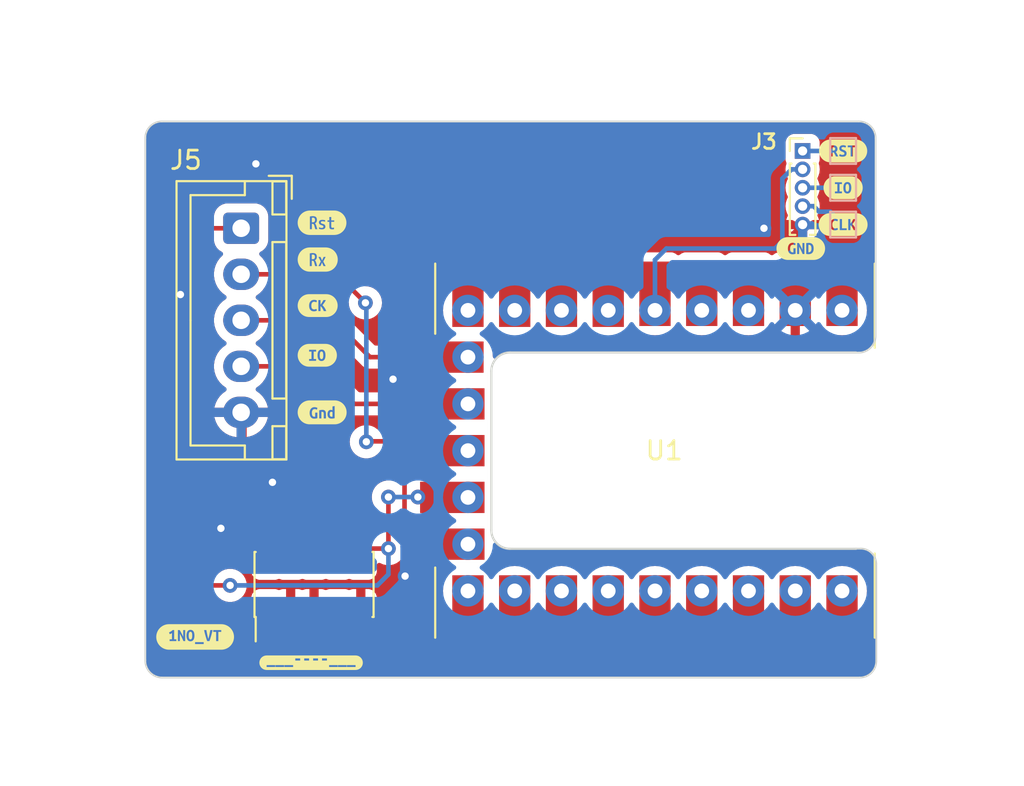
<source format=kicad_pcb>
(kicad_pcb (version 20240108) (generator "pcbnew") (generator_version "8.0")
  (layers (0 "F.Cu" signal) (31 "B.Cu" signal) (34 "B.Paste" user) (35 "F.Paste" user) (36 "B.SilkS" user "B.Silkscreen") (37 "F.SilkS" user "F.Silkscreen") (38 "B.Mask" user) (39 "F.Mask" user) (44 "Edge.Cuts" user))
  (net 0 "")
  (net 1 "+3.3V")
  (net 6 "GND")
  (net 16 "INOUT_NRESET")
  (net 17 "OUT_SWDIO")
  (net 18 "OUT_SWDCLK")
  (net 22 "INOUT_SWO")
  (net 23 "OUT_UART_RX_3V")
  (net 24 "OUT_SWDIO_3V")
  (net 25 "OUT_SWDCLK_3V")
  (net 26 "SWIO_DIR_3V")
  (net 28 "SWDCLK")
  (net 29 "UART_TX")
  (net 30 "NRST")
  (net 31 "SWDIO")
  (footprint "kibuzzard-6719D703" (layer "F.Cu") (at 119.405025 95.694975)
    (property "Reference" "kibuzzard-6719D703" (hide yes))
    (property "Value" "G***" (hide yes))
  )
  (footprint "kibuzzard-67D71DD3" (layer "F.Cu") (at 119.740889 78.994975)
    (property "Reference" "kibuzzard-67D71DD3" (hide yes))
    (property "Value" "G***" (hide yes))
  )
  (footprint "kibuzzard-67310DA4" (layer "F.Cu") (at 119.764455 73.794975)
    (property "Reference" "kibuzzard-67310DA4" (hide yes))
    (property "Value" "G***" (hide yes))
  )
  (footprint "kibuzzard-67D71CE3" (layer "F.Cu") (at 148.305025 69.894975)
    (property "Reference" "kibuzzard-67D71CE3" (hide yes))
    (property "Value" "G***" (hide yes))
  )
  (footprint "kibuzzard-67D71D3A" (layer "F.Cu") (at 148.305025 71.894975)
    (property "Reference" "kibuzzard-67D71D3A" (hide yes))
    (property "Value" "G***" (hide yes))
  )
  (footprint "kibuzzard-67D71D2A" (layer "F.Cu") (at 148.305025 67.894975)
    (property "Reference" "kibuzzard-67D71D2A" (hide yes))
    (property "Value" "G***" (hide yes))
  )
  (footprint "kibuzzard-67310D89" (layer "F.Cu") (at 119.999387 71.794975)
    (property "Reference" "kibuzzard-67310D89" (hide yes))
    (property "Value" "G***" (hide yes))
  )
  (footprint "kibuzzard-67D71D53" (layer "F.Cu") (at 146.005025 73.194975)
    (property "Reference" "kibuzzard-67D71D53" (hide yes))
    (property "Value" "G***" (hide yes))
  )
  (footprint "kibuzzard-67D71DDE" (layer "F.Cu") (at 119.761729 76.294975)
    (property "Reference" "kibuzzard-67D71DDE" (hide yes))
    (property "Value" "G***" (hide yes))
  )
  (footprint "Connector_PinHeader_1.00mm:PinHeader_1x05_P1.00mm_Vertical" (layer "F.Cu") (at 146.105025 67.894975)
    (property "Reference" "J3" (at -2.1 -0.5 0) (layer "F.SilkS") (effects (font (size 0.8 0.8))))
    (property "Value" "Debug port")
    (pad "1" thru_hole rect (at 0 0) (size 0.85 0.85) (drill 0.5) (layers "*.Cu" "*.Mask") (net 30 "NRST"))
    (pad "2" thru_hole oval (at 0 1) (size 0.85 0.85) (drill 0.5) (layers "*.Cu" "*.Mask") (net 29 "UART_TX"))
    (pad "3" thru_hole oval (at 0 2) (size 0.85 0.85) (drill 0.5) (layers "*.Cu" "*.Mask") (net 31 "SWDIO"))
    (pad "4" thru_hole oval (at 0 3) (size 0.85 0.85) (drill 0.5) (layers "*.Cu" "*.Mask") (net 28 "SWDCLK"))
    (pad "5" thru_hole oval (at 0 4) (size 0.85 0.85) (drill 0.5) (layers "*.Cu" "*.Mask") (net 6 "GND"))
  )
  (footprint "kibuzzard-67A3B7A3" (layer "F.Cu") (at 120.005025 82.094975)
    (property "Reference" "kibuzzard-67A3B7A3" (hide yes))
    (property "Value" "G***" (hide yes))
  )
  (footprint "Connector_JST:JST_XH_B5B-XH-A_1x05_P2.50mm_Vertical" (layer "F.Cu") (at 115.605025 72.094975 -90)
    (property "Reference" "J5" (at -3.7 3 180) (layer "F.SilkS"))
    (property "Value" "Debug port")
    (pad "1" thru_hole roundrect (at 0 0 270) (size 1.7 1.95) (drill 0.95) (layers "*.Cu" "*.Mask") (roundrect_rratio 0.147059) (net 16 "INOUT_NRESET"))
    (pad "2" thru_hole oval (at 2.5 0 270) (size 1.7 1.95) (drill 0.95) (layers "*.Cu" "*.Mask") (net 23 "OUT_UART_RX_3V"))
    (pad "3" thru_hole oval (at 5 0 270) (size 1.7 1.95) (drill 0.95) (layers "*.Cu" "*.Mask") (net 24 "OUT_SWDIO_3V"))
    (pad "4" thru_hole oval (at 7.5 0 270) (size 1.7 1.95) (drill 0.95) (layers "*.Cu" "*.Mask") (net 25 "OUT_SWDCLK_3V"))
    (pad "5" thru_hole oval (at 10 0 270) (size 1.7 1.95) (drill 0.95) (layers "*.Cu" "*.Mask") (net 6 "GND"))
  )
  (footprint "kibuzzard-67E96C07" (layer "F.Cu") (at 113.105025 94.294975)
    (property "Reference" "kibuzzard-67E96C07" (hide yes))
    (property "Value" "G***" (hide yes))
  )
  (footprint "Connector_PinHeader_1.27mm:PinHeader_2x05_P1.27mm_Vertical_SMD" (layer "F.Cu") (at 119.565025 91.444975 90)
    (property "Reference" "J1" (hide yes))
    (property "Value" "jtag")
    (pad "1" smd rect (at -1.95 -2.54 90) (size 2.4 0.74) (layers "F.Cu" "F.Paste" "F.Mask"))
    (pad "2" smd rect (at 1.95 -2.54 90) (size 2.4 0.74) (layers "F.Cu" "F.Paste" "F.Mask") (net 17 "OUT_SWDIO"))
    (pad "3" smd rect (at -1.95 -1.27 90) (size 2.4 0.74) (layers "F.Cu" "F.Paste" "F.Mask") (net 6 "GND"))
    (pad "4" smd rect (at 1.95 -1.27 90) (size 2.4 0.74) (layers "F.Cu" "F.Paste" "F.Mask") (net 18 "OUT_SWDCLK"))
    (pad "5" smd rect (at -1.95 0 90) (size 2.4 0.74) (layers "F.Cu" "F.Paste" "F.Mask") (net 6 "GND"))
    (pad "6" smd rect (at 1.95 0 90) (size 2.4 0.74) (layers "F.Cu" "F.Paste" "F.Mask") (net 22 "INOUT_SWO"))
    (pad "7" smd rect (at -1.95 1.27 90) (size 2.4 0.74) (layers "F.Cu" "F.Paste" "F.Mask"))
    (pad "8" smd rect (at 1.95 1.27 90) (size 2.4 0.74) (layers "F.Cu" "F.Paste" "F.Mask"))
    (pad "9" smd rect (at -1.95 2.54 90) (size 2.4 0.74) (layers "F.Cu" "F.Paste" "F.Mask") (net 6 "GND"))
    (pad "10" smd rect (at 1.95 2.54 90) (size 2.4 0.74) (layers "F.Cu" "F.Paste" "F.Mask") (net 16 "INOUT_NRESET"))
  )
  (footprint "RP2040 Carrier:RP2040 Zero" (layer "F.Cu") (at 125.258025 74.014975 -90)
    (property "Reference" "U1" (at 10.16 -13.327 0) (layer "F.SilkS"))
    (property "Value" "RP2040-Zero")
    (fp_line (start 5.842 -3.937) (end 14.478 -3.937) (stroke (width 0.12)) (layer "Edge.Cuts"))
    (fp_line (start 15.494 -4.953) (end 15.494 -23.749) (stroke (width 0.12)) (layer "Edge.Cuts"))
    (fp_line (start 4.826 -23.749) (end 4.826 -4.953) (stroke (width 0.12)) (layer "Edge.Cuts"))
    (fp_arc (start 5.842 -3.937) (mid 5.12358 -4.23458) (end 4.826 -4.953) (stroke (width 0.12)) (layer "Edge.Cuts"))
    (fp_arc (start 15.494 -4.953) (mid 15.19642 -4.23458) (end 14.478 -3.937) (stroke (width 0.12)) (layer "Edge.Cuts"))
    (pad "1" smd rect (at 1.64 -22.987 270) (size 3.5 1.7) (layers "F.Cu" "F.Mask"))
    (pad "1" thru_hole circle (at 2.54 -22.987 270) (size 1.7 1.7) (drill 0.8) (layers "*.Cu" "*.Mask"))
    (pad "2" smd rect (at 1.64 -20.447 270) (size 3.5 1.7) (layers "F.Cu" "F.Mask") (net 6 "GND"))
    (pad "2" thru_hole circle (at 2.54 -20.447 270) (size 1.7 1.7) (drill 0.8) (layers "*.Cu" "*.Mask") (net 6 "GND"))
    (pad "3" smd rect (at 1.64 -17.907 270) (size 3.5 1.7) (layers "F.Cu" "F.Mask") (net 1 "+3.3V"))
    (pad "3" thru_hole circle (at 2.54 -17.907 270) (size 1.7 1.7) (drill 0.8) (layers "*.Cu" "*.Mask") (net 1 "+3.3V"))
    (pad "4" smd rect (at 1.64 -15.367 270) (size 3.5 1.7) (layers "F.Cu" "F.Mask"))
    (pad "4" thru_hole circle (at 2.54 -15.367 270) (size 1.7 1.7) (drill 0.8) (layers "*.Cu" "*.Mask"))
    (pad "5" smd rect (at 1.64 -12.827 270) (size 3.5 1.7) (layers "F.Cu" "F.Mask") (net 29 "UART_TX"))
    (pad "5" thru_hole circle (at 2.54 -12.827 270) (size 1.7 1.7) (drill 0.8) (layers "*.Cu" "*.Mask") (net 29 "UART_TX"))
    (pad "6" smd rect (at 1.69 -10.287 270) (size 3.5 1.7) (layers "F.Cu" "F.Mask"))
    (pad "6" thru_hole circle (at 2.54 -10.287 270) (size 1.7 1.7) (drill 0.8) (layers "*.Cu" "*.Mask"))
    (pad "7" smd rect (at 1.69 -7.747 270) (size 3.5 1.7) (layers "F.Cu" "F.Mask"))
    (pad "7" thru_hole circle (at 2.54 -7.747 270) (size 1.7 1.7) (drill 0.8) (layers "*.Cu" "*.Mask") (net 16 "INOUT_NRESET"))
    (pad "8" smd rect (at 1.69 -5.207 270) (size 3.5 1.7) (layers "F.Cu" "F.Mask"))
    (pad "8" thru_hole circle (at 2.54 -5.207 270) (size 1.7 1.7) (drill 0.8) (layers "*.Cu" "*.Mask"))
    (pad "9" smd rect (at 1.69 -2.667 270) (size 3.5 1.7) (layers "F.Cu" "F.Mask"))
    (pad "9" thru_hole circle (at 2.54 -2.667 270) (size 1.7 1.7) (drill 0.8) (layers "*.Cu" "*.Mask"))
    (pad "10" thru_hole circle (at 17.78 -22.987 270) (size 1.7 1.7) (drill 0.8) (layers "*.Cu" "*.Mask"))
    (pad "10" smd rect (at 18.68 -22.987 270) (size 3.5 1.7) (layers "F.Cu" "F.Mask"))
    (pad "11" thru_hole circle (at 17.78 -20.447 270) (size 1.7 1.7) (drill 0.8) (layers "*.Cu" "*.Mask"))
    (pad "11" smd rect (at 18.68 -20.447 270) (size 3.5 1.7) (layers "F.Cu" "F.Mask"))
    (pad "12" thru_hole circle (at 17.78 -17.907 270) (size 1.7 1.7) (drill 0.8) (layers "*.Cu" "*.Mask"))
    (pad "12" smd rect (at 18.68 -17.907 270) (size 3.5 1.7) (layers "F.Cu" "F.Mask"))
    (pad "13" thru_hole circle (at 17.78 -15.367 270) (size 1.7 1.7) (drill 0.8) (layers "*.Cu" "*.Mask"))
    (pad "13" smd rect (at 18.68 -15.367 270) (size 3.5 1.7) (layers "F.Cu" "F.Mask"))
    (pad "14" thru_hole circle (at 17.78 -12.827 270) (size 1.7 1.7) (drill 0.8) (layers "*.Cu" "*.Mask"))
    (pad "14" smd rect (at 18.68 -12.827 270) (size 3.5 1.7) (layers "F.Cu" "F.Mask"))
    (pad "15" thru_hole circle (at 17.78 -10.287 270) (size 1.7 1.7) (drill 0.8) (layers "*.Cu" "*.Mask"))
    (pad "15" smd rect (at 18.68 -10.287 270) (size 3.5 1.7) (layers "F.Cu" "F.Mask"))
    (pad "16" thru_hole circle (at 17.78 -7.747 270) (size 1.7 1.7) (drill 0.8) (layers "*.Cu" "*.Mask"))
    (pad "16" smd rect (at 18.68 -7.747 270) (size 3.5 1.7) (layers "F.Cu" "F.Mask"))
    (pad "17" thru_hole circle (at 17.78 -5.207 270) (size 1.7 1.7) (drill 0.8) (layers "*.Cu" "*.Mask"))
    (pad "17" smd rect (at 18.68 -5.207 270) (size 3.5 1.7) (layers "F.Cu" "F.Mask"))
    (pad "18" thru_hole circle (at 17.78 -2.667 270) (size 1.7 1.7) (drill 0.8) (layers "*.Cu" "*.Mask"))
    (pad "18" smd rect (at 18.68 -2.667 270) (size 3.5 1.7) (layers "F.Cu" "F.Mask"))
    (pad "19" thru_hole circle (at 5.08 -2.667 270) (size 1.7 1.7) (drill 0.8) (layers "*.Cu" "*.Mask") (net 24 "OUT_SWDIO_3V"))
    (pad "19" smd rect (at 5.08 -1.767) (size 3.5 1.7) (layers "F.Cu" "F.Mask") (net 24 "OUT_SWDIO_3V"))
    (pad "20" thru_hole circle (at 7.62 -2.667 270) (size 1.7 1.7) (drill 0.8) (layers "*.Cu" "*.Mask") (net 25 "OUT_SWDCLK_3V"))
    (pad "20" smd rect (at 7.62 -1.817) (size 3.5 1.7) (layers "F.Cu" "F.Mask") (net 25 "OUT_SWDCLK_3V"))
    (pad "21" thru_hole circle (at 10.16 -2.667 270) (size 1.7 1.7) (drill 0.8) (layers "*.Cu" "*.Mask") (net 26 "SWIO_DIR_3V"))
    (pad "21" smd rect (at 10.16 -1.817) (size 3.5 1.7) (layers "F.Cu" "F.Mask") (net 26 "SWIO_DIR_3V"))
    (pad "22" thru_hole circle (at 12.7 -2.667 270) (size 1.7 1.7) (drill 0.8) (layers "*.Cu" "*.Mask") (net 16 "INOUT_NRESET"))
    (pad "22" smd rect (at 12.7 -1.817) (size 3.5 1.7) (layers "F.Cu" "F.Mask") (net 16 "INOUT_NRESET"))
    (pad "23" thru_hole circle (at 15.24 -2.667 270) (size 1.7 1.7) (drill 0.8) (layers "*.Cu" "*.Mask") (net 23 "OUT_UART_RX_3V"))
    (pad "23" smd rect (at 15.24 -1.817) (size 3.5 1.7) (layers "F.Cu" "F.Mask") (net 23 "OUT_UART_RX_3V"))
  )
  (footprint "TestPoint:TestPoint_Pad_1.0x1.0mm" (layer "B.Cu") (at 148.305025 69.894975 180)
    (property "Reference" "REF**" (hide yes))
    (property "Value" "TestPoint_Pad_1.0x1.0mm")
    (pad "1" smd rect (at 0 0 180) (size 1 1) (layers "B.Cu" "B.Mask") (net 31 "SWDIO"))
  )
  (footprint "TestPoint:TestPoint_Pad_1.0x1.0mm" (layer "B.Cu") (at 148.305025 67.894975 180)
    (property "Reference" "REF**" (hide yes))
    (property "Value" "TestPoint_Pad_1.0x1.0mm")
    (pad "1" smd rect (at 0 0 180) (size 1 1) (layers "B.Cu" "B.Mask") (net 30 "NRST"))
  )
  (footprint "TestPoint:TestPoint_Pad_1.0x1.0mm" (layer "B.Cu") (at 148.305025 71.894975 180)
    (property "Reference" "REF**" (hide yes))
    (property "Value" "TestPoint_Pad_1.0x1.0mm")
    (pad "1" smd rect (at 0 0 180) (size 1 1) (layers "B.Cu" "B.Mask") (net 28 "SWDCLK"))
  )
  (gr_arc (start 110.4 67.194975) (mid 110.65931 66.560358) (end 111.291411 66.294975) (stroke (width 0.1)) (layer "Edge.Cuts"))
  (gr_line (start 149.205025 96.5) (end 111.291427 96.5) (stroke (width 0.1)) (layer "Edge.Cuts"))
  (gr_line (start 110.4 67.194975) (end 110.4 95.558579) (stroke (width 0.1)) (layer "Edge.Cuts"))
  (gr_line (start 149.007025 78.85) (end 149.168629 78.85) (stroke (width 0.1)) (layer "Edge.Cuts"))
  (gr_arc (start 149.268629 89.499992) (mid 149.86004 89.744975) (end 150.105025 90.336388) (stroke (width 0.1)) (layer "Edge.Cuts"))
  (gr_arc (start 149.155025 66.294975) (mid 149.80026 66.553724) (end 150.068727 67.194975) (stroke (width 0.1)) (layer "Edge.Cuts"))
  (gr_line (start 150.068629 77.908579) (end 150.068629 67.194975) (stroke (width 0.1)) (layer "Edge.Cuts"))
  (gr_arc (start 150.068629 77.908579) (mid 149.813602 78.565685) (end 149.168629 78.85) (stroke (width 0.1)) (layer "Edge.Cuts"))
  (gr_arc (start 111.291427 96.5) (mid 110.650732 96.213916) (end 110.4 95.558579) (stroke (width 0.1)) (layer "Edge.Cuts"))
  (gr_line (start 149.005025 89.5) (end 149.268629 89.5) (stroke (width 0.1)) (layer "Edge.Cuts"))
  (gr_line (start 149.155025 66.294975) (end 111.291411 66.294975) (stroke (width 0.1)) (layer "Edge.Cuts"))
  (gr_arc (start 150.105025 95.608554) (mid 149.839649 96.240673) (end 149.205025 96.5) (stroke (width 0.1)) (layer "Edge.Cuts"))
  (gr_line (start 150.105025 90.336388) (end 150.105025 95.608554) (stroke (width 0.1)) (layer "Edge.Cuts"))
  (segment (start 145.505025 75.554975) (end 145.505025 72.644975) (width 0.5) (layer "F.Cu") (net 6))
  (segment (start 117.305025 85.894975) (end 117.402512 85.894975) (width 0.25) (layer "F.Cu") (net 6))
  (segment (start 144.955025 72.094975) (end 144.005025 72.094975) (width 0.5) (layer "F.Cu") (net 6))
  (segment (start 124.505025 90.994975) (end 124.51005 90.98995) (width 0.5) (layer "F.Cu") (net 6))
  (segment (start 117.305025 85.894975) (end 115.905025 85.894975) (width 0.5) (layer "F.Cu") (net 6))
  (segment (start 117.402512 85.894975) (end 117.502512 85.994975) (width 0.25) (layer "F.Cu") (net 6))
  (segment (start 124.505025 94.994975) (end 124.505025 90.994975) (width 0.5) (layer "F.Cu") (net 6))
  (segment (start 120.265025 95.794975) (end 124.505025 95.794975) (width 0.5) (layer "F.Cu") (net 6))
  (segment (start 115.655025 83.544975) (end 115.655025 82.244975) (width 0.5) (layer "F.Cu") (net 6))
  (segment (start 115.655025 85.644975) (end 115.655025 83.544975) (width 0.5) (layer "F.Cu") (net 6))
  (segment (start 145.505025 72.644975) (end 146.105025 72.044975) (width 0.5) (layer "F.Cu") (net 6))
  (segment (start 115.905025 85.894975) (end 115.655025 85.644975) (width 0.5) (layer "F.Cu") (net 6))
  (segment (start 124.505025 94.994975) (end 122.905025 93.394975) (width 0.5) (layer "F.Cu") (net 6))
  (segment (start 120.265025 95.794975) (end 119.565025 95.094975) (width 0.5) (layer "F.Cu") (net 6))
  (segment (start 145.505025 72.644975) (end 144.955025 72.094975) (width 0.5) (layer "F.Cu") (net 6))
  (segment (start 118.295025 93.394975) (end 119.565025 93.394975) (width 0.5) (layer "F.Cu") (net 6))
  (segment (start 117.305025 85.894975) (end 117.205025 85.794975) (width 0.25) (layer "F.Cu") (net 6))
  (segment (start 122.905025 93.394975) (end 122.105025 93.394975) (width 0.5) (layer "F.Cu") (net 6))
  (segment (start 124.505025 95.794975) (end 124.505025 94.994975) (width 0.5) (layer "F.Cu") (net 6))
  (segment (start 119.565025 95.094975) (end 119.565025 93.394975) (width 0.5) (layer "F.Cu") (net 6))
  (via (at 116.405025 68.594975) (size 0.8) (drill 0.4) (layers "F.Cu" "B.Cu") (net 6))
  (via (at 114.505025 88.394975) (size 0.8) (drill 0.4) (layers "F.Cu" "B.Cu") (net 6))
  (via (at 123.855025 80.294975) (size 0.8) (drill 0.4) (layers "F.Cu" "B.Cu") (net 6))
  (via (at 112.305025 75.694975) (size 0.8) (drill 0.4) (layers "F.Cu" "B.Cu") (net 6))
  (via (at 117.305025 85.894975) (size 0.8) (drill 0.4) (layers "F.Cu" "B.Cu") (net 6))
  (via (at 124.51005 90.98995) (size 0.8) (drill 0.4) (layers "F.Cu" "B.Cu") (net 6))
  (via (at 144.005025 72.094975) (size 0.8) (drill 0.4) (layers "F.Cu" "B.Cu") (net 6))
  (segment (start 124.51005 90.98995) (end 124.505025 90.984925) (width 0.5) (layer "B.Cu") (net 6))
  (segment (start 124.505025 90.984925) (end 124.505025 89.394975) (width 0.5) (layer "B.Cu") (net 6))
  (segment (start 119.905025 85.894975) (end 117.305025 85.894975) (width 0.5) (layer "B.Cu") (net 6))
  (segment (start 124.505025 89.192893) (end 121.207107 85.894975) (width 0.5) (layer "B.Cu") (net 6))
  (segment (start 143.605025 71.694975) (end 144.005025 72.094975) (width 0.5) (layer "B.Cu") (net 6))
  (segment (start 146.505025 71.894975) (end 146.105025 71.894975) (width 0.25) (layer "B.Cu") (net 6))
  (segment (start 121.207107 85.894975) (end 119.905025 85.894975) (width 0.5) (layer "B.Cu") (net 6))
  (segment (start 124.505025 89.394975) (end 124.505025 89.192893) (width 0.5) (layer "B.Cu") (net 6))
  (segment (start 126.305025 72.494975) (end 127.105025 71.694975) (width 0.5) (layer "B.Cu") (net 6))
  (segment (start 127.105025 71.694975) (end 143.605025 71.694975) (width 0.5) (layer "B.Cu") (net 6))
  (segment (start 124.505025 89.394975) (end 126.305025 87.594975) (width 0.5) (layer "B.Cu") (net 6))
  (segment (start 126.305025 87.594975) (end 126.305025 72.494975) (width 0.5) (layer "B.Cu") (net 6))
  (segment (start 123.605025 89.494975) (end 122.105025 89.494975) (width 0.25) (layer "F.Cu") (net 16))
  (segment (start 111.155025 89.144975) (end 111.155025 72.544975) (width 0.25) (layer "F.Cu") (net 16))
  (segment (start 111.605025 72.094975) (end 115.605025 72.094975) (width 0.25) (layer "F.Cu") (net 16))
  (segment (start 115.005025 91.494975) (end 113.505025 91.494975) (width 0.25) (layer "F.Cu") (net 16))
  (segment (start 123.605025 86.694975) (end 123.605025 89.494975) (width 0.25) (layer "F.Cu") (net 16))
  (segment (start 113.505025 91.494975) (end 111.155025 89.144975) (width 0.25) (layer "F.Cu") (net 16))
  (segment (start 111.155025 72.544975) (end 111.605025 72.094975) (width 0.25) (layer "F.Cu") (net 16))
  (via (at 123.605025 86.694975) (size 0.8) (drill 0.4) (layers "F.Cu" "B.Cu") (net 16))
  (via (at 115.005025 91.494975) (size 0.8) (drill 0.4) (layers "F.Cu" "B.Cu") (net 16))
  (via (at 125.205025 86.694975) (size 0.8) (drill 0.4) (layers "F.Cu" "B.Cu") (net 16))
  (via (at 123.605025 89.494975) (size 0.8) (drill 0.4) (layers "F.Cu" "B.Cu") (net 16))
  (segment (start 125.205025 86.694975) (end 123.605025 86.694975) (width 0.25) (layer "B.Cu") (net 16))
  (segment (start 115.005025 91.494975) (end 123.005025 91.494975) (width 0.25) (layer "B.Cu") (net 16))
  (segment (start 123.005025 91.494975) (end 123.605025 90.894975) (width 0.25) (layer "B.Cu") (net 16))
  (segment (start 123.605025 90.894975) (end 123.605025 89.494975) (width 0.25) (layer "B.Cu") (net 16))
  (segment (start 120.805025 74.594975) (end 115.605025 74.594975) (width 0.25) (layer "F.Cu") (net 23))
  (segment (start 124.480025 87.869975) (end 124.480025 84.369975) (width 0.25) (layer "F.Cu") (net 23))
  (segment (start 122.455025 83.669975) (end 122.430025 83.669975) (width 0.25) (layer "F.Cu") (net 23))
  (segment (start 122.355025 76.144975) (end 120.805025 74.594975) (width 0.25) (layer "F.Cu") (net 23))
  (segment (start 124.480025 84.369975) (end 123.780025 83.669975) (width 0.25) (layer "F.Cu") (net 23))
  (segment (start 123.780025 83.669975) (end 122.455025 83.669975) (width 0.25) (layer "F.Cu") (net 23))
  (segment (start 122.430025 83.669975) (end 122.405025 83.694975) (width 0.25) (layer "F.Cu") (net 23))
  (segment (start 124.505025 88.094975) (end 124.505025 87.894975) (width 0.25) (layer "F.Cu") (net 23))
  (segment (start 124.505025 87.894975) (end 124.480025 87.869975) (width 0.25) (layer "F.Cu") (net 23))
  (segment (start 125.665025 89.254975) (end 124.505025 88.094975) (width 0.25) (layer "F.Cu") (net 23))
  (via (at 122.355025 76.144975) (size 0.8) (drill 0.4) (layers "F.Cu" "B.Cu") (net 23))
  (via (at 122.405025 83.694975) (size 0.8) (drill 0.4) (layers "F.Cu" "B.Cu") (net 23))
  (segment (start 122.405025 83.694975) (end 122.405025 76.194975) (width 0.25) (layer "B.Cu") (net 23))
  (segment (start 122.405025 76.194975) (end 122.355025 76.144975) (width 0.25) (layer "B.Cu") (net 23))
  (segment (start 127.025025 79.094975) (end 122.605025 79.094975) (width 0.25) (layer "F.Cu") (net 24))
  (segment (start 122.605025 79.094975) (end 120.605025 77.094975) (width 0.25) (layer "F.Cu") (net 24))
  (segment (start 120.605025 77.094975) (end 115.605025 77.094975) (width 0.25) (layer "F.Cu") (net 24))
  (segment (start 121.745025 81.634975) (end 119.705025 79.594975) (width 0.25) (layer "F.Cu") (net 25))
  (segment (start 127.925025 81.634975) (end 121.745025 81.634975) (width 0.25) (layer "F.Cu") (net 25))
  (segment (start 119.705025 79.594975) (end 115.605025 79.594975) (width 0.25) (layer "F.Cu") (net 25))
  (segment (start 147.005025 71.194975) (end 147.605025 71.194975) (width 0.25) (layer "B.Cu") (net 28))
  (segment (start 146.105025 70.894975) (end 146.705025 70.894975) (width 0.25) (layer "B.Cu") (net 28))
  (segment (start 147.605025 71.194975) (end 148.305025 71.894975) (width 0.25) (layer "B.Cu") (net 28))
  (segment (start 146.705025 70.894975) (end 147.005025 71.194975) (width 0.25) (layer "B.Cu") (net 28))
  (segment (start 145.505025 68.894975) (end 145.005025 69.394975) (width 0.25) (layer "B.Cu") (net 29))
  (segment (start 138.705025 73.194975) (end 138.085025 73.814975) (width 0.25) (layer "B.Cu") (net 29))
  (segment (start 146.105025 68.894975) (end 145.505025 68.894975) (width 0.25) (layer "B.Cu") (net 29))
  (segment (start 138.085025 73.814975) (end 138.085025 76.554975) (width 0.25) (layer "B.Cu") (net 29))
  (segment (start 145.005025 69.394975) (end 145.005025 72.794975) (width 0.25) (layer "B.Cu") (net 29))
  (segment (start 145.005025 72.794975) (end 144.605025 73.194975) (width 0.25) (layer "B.Cu") (net 29))
  (segment (start 144.605025 73.194975) (end 138.705025 73.194975) (width 0.25) (layer "B.Cu") (net 29))
  (segment (start 148.305025 67.894975) (end 146.105025 67.894975) (width 0.25) (layer "B.Cu") (net 30))
  (segment (start 148.305025 69.894975) (end 146.105025 69.894975) (width 0.25) (layer "B.Cu") (net 31))
  (zone (net 6) (net_name "GND") (layer "F.Cu") (connect_pads (clearance 0.5)) (min_thickness 0.25) (fill yes (thermal_gap 0.5) (thermal_bridge_width 0.5))
    (polygon (pts (xy 107.105025 63.694975) (xy 151.405025 63.994975) (xy 151.305025 99.294975) (xy 104.805025 98.394975)))
  )
  (zone (net 6) (net_name "GND") (layer "B.Cu") (priority 1) (connect_pads (clearance 0.5)) (min_thickness 0.25) (fill yes (thermal_gap 0.5) (thermal_bridge_width 0.5))
    (polygon (pts (xy 102.505025 59.694975) (xy 156.905025 64.194975) (xy 156.505025 99.594975) (xy 107.205025 102.394975)))
  )
)
</source>
